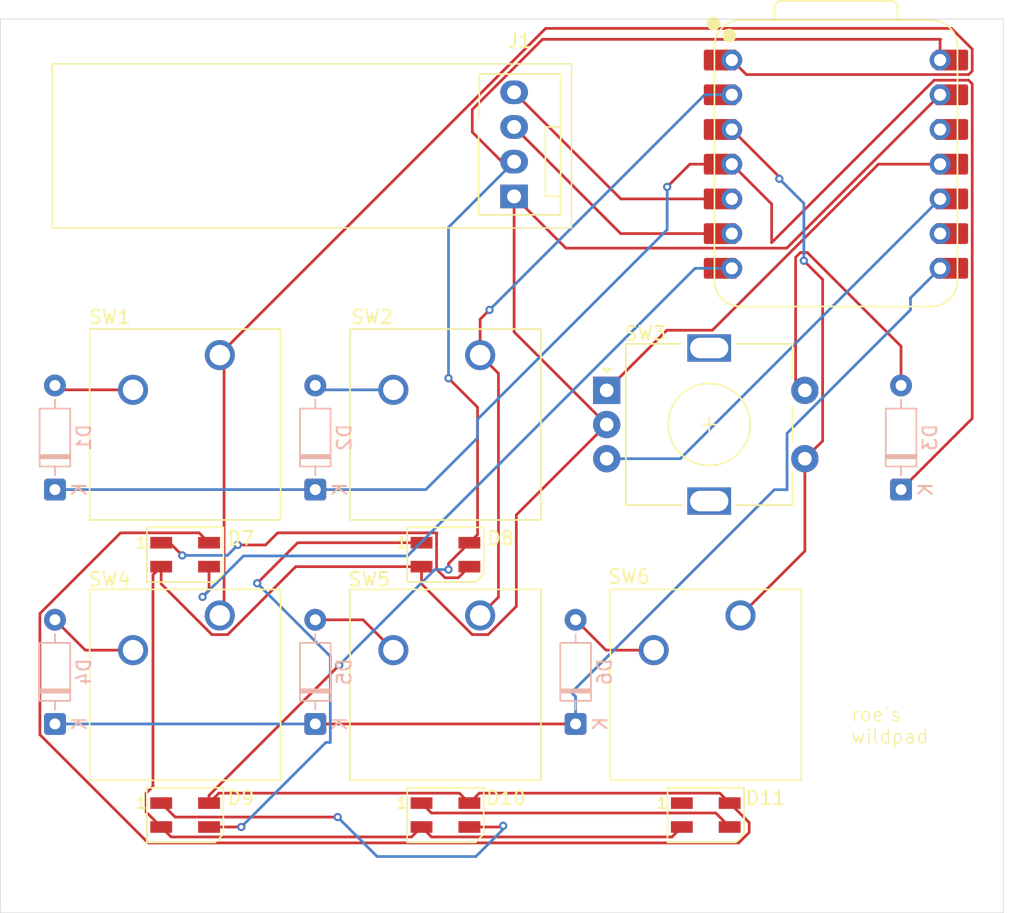
<source format=kicad_pcb>
(kicad_pcb (version 20241229) (generator "pcbnew") (generator_version "9.0")
  (layers (0 "F.Cu" signal) (2 "B.Cu" signal) (13 "F.Paste" user) (15 "B.Paste" user) (5 "F.SilkS" user "F.Silkscreen") (7 "B.SilkS" user "B.Silkscreen") (1 "F.Mask" user) (3 "B.Mask" user) (25 "Edge.Cuts" user))
  (net 0 "")
  (net 1 "Net-(D1-A)")
  (net 2 "Row 0")
  (net 3 "Net-(D2-A)")
  (net 4 "Row 1")
  (net 5 "Net-(D4-A)")
  (net 6 "Net-(D5-A)")
  (net 7 "SW11S2")
  (net 8 "+5V")
  (net 9 "GND")
  (net 10 "Net-(D7-DOUT)")
  (net 11 "LED")
  (net 12 "Net-(D8-DOUT)")
  (net 13 "Net-(D10-DIN)")
  (net 14 "Net-(D10-DOUT)")
  (net 16 "Column 0")
  (net 17 "SW11B")
  (net 18 "SW11A")
  (net 20 "SDA")
  (net 21 "SCL")
  (net 23 "Column 1")
  (net 24 "Column 2")
  (net 25 "Net-(D6-A)")
  (footprint "LED_SMD:LED_SK6812MINI_PLCC4_3.5x3.5mm_P1.75mm" (layer "F.Cu") (at 92.92 63.195)
    (property "Reference" "D7" (at 4.08 -1.195 0) (layer "F.SilkS"))
    (property "Value" "SK6812MINI")
    (fp_line (start -2.8 -2) (end -2.8 2) (stroke (width 0.12)) (layer "F.SilkS"))
    (fp_line (start -2.8 -2) (end 2.8 -2) (stroke (width 0.12)) (layer "F.SilkS"))
    (fp_line (start -2.8 2) (end 2.2 2) (stroke (width 0.12)) (layer "F.SilkS"))
    (fp_line (start 2.8 1.4) (end 2.2 2) (stroke (width 0.12)) (layer "F.SilkS"))
    (fp_line (start 2.8 1.4) (end 2.8 -2) (stroke (width 0.12)) (layer "F.SilkS"))
    (fp_text user "1" (at -3.2 -0.875 0) (layer "F.SilkS") (effects (font (size 0.8 0.8))))
    (pad "1" smd rect (at -1.75 -0.875) (size 1.6 0.85) (layers "F.Cu" "F.Mask" "F.Paste") (net 10 "Net-(D7-DOUT)"))
    (pad "2" smd rect (at -1.75 0.875) (size 1.6 0.85) (layers "F.Cu" "F.Mask" "F.Paste") (net 9 "GND"))
    (pad "3" smd rect (at 1.75 0.875) (size 1.6 0.85) (layers "F.Cu" "F.Mask" "F.Paste") (net 11 "LED"))
    (pad "4" smd rect (at 1.75 -0.875) (size 1.6 0.85) (layers "F.Cu" "F.Mask" "F.Paste") (net 8 "+5V"))
  )
  (footprint "xiao:XIAO-RP2040-DIP" (layer "F.Cu") (at 140.545 34.62)
    (property "Reference" "U1" (hide yes))
    (property "Value" "XIAO-RP2040-DIP")
    (fp_line (start -8.89 8.509) (end -8.89 -8.636) (stroke (width 0.127)) (layer "F.SilkS"))
    (fp_line (start -6.985 10.414) (end 6.985 10.414) (stroke (width 0.127)) (layer "F.SilkS"))
    (fp_line (start -4.495 -10.541) (end -4.491272 -11.451272) (stroke (width 0.127)) (layer "F.SilkS"))
    (fp_line (start -3.991272 -11.951) (end 4.004 -11.951) (stroke (width 0.127)) (layer "F.SilkS"))
    (fp_line (start 4.504 -11.451) (end 4.504 -10.541) (stroke (width 0.127)) (layer "F.SilkS"))
    (fp_line (start 6.985 -10.541) (end -6.985 -10.541) (stroke (width 0.1)) (layer "F.SilkS"))
    (fp_line (start 6.985 -10.541) (end -6.985 -10.541) (stroke (width 0.127)) (layer "F.SilkS"))
    (fp_line (start 8.89 8.509) (end 8.89 -8.636) (stroke (width 0.127)) (layer "F.SilkS"))
    (fp_arc (start -8.89 -8.636) (mid -8.332038 -9.983038) (end -6.985 -10.541) (stroke (width 0.127)) (layer "F.SilkS"))
    (fp_arc (start -6.985 10.414) (mid -8.332038 9.856038) (end -8.89 8.509) (stroke (width 0.127)) (layer "F.SilkS"))
    (fp_arc (start -4.491272 -11.451272) (mid -4.344728 -11.80464) (end -3.991272 -11.951) (stroke (width 0.127)) (layer "F.SilkS"))
    (fp_arc (start 4.004 -11.951) (mid 4.357553 -11.804553) (end 4.504 -11.451) (stroke (width 0.127)) (layer "F.SilkS"))
    (fp_arc (start 6.985 -10.541) (mid 8.332038 -9.983038) (end 8.89 -8.636) (stroke (width 0.127)) (layer "F.SilkS"))
    (fp_arc (start 8.89 8.509) (mid 8.332038 9.856038) (end 6.985 10.414) (stroke (width 0.127)) (layer "F.SilkS"))
    (fp_circle (center -8.95 -10.3) (end -8.95 -10.554) (stroke (width 0.5)) (fill yes) (layer "F.SilkS"))
    (fp_circle (center -7.807 -9.42) (end -7.807 -9.674) (stroke (width 0.5)) (fill yes) (layer "F.SilkS"))
    (pad "1" smd roundrect (at -8.455 -7.62 180) (size 2.432 1.524) (layers "F.Cu" "F.Mask") (roundrect_rratio 0.1) (net 16 "Column 0"))
    (pad "1" thru_hole circle (at -7.62 -7.62 180) (size 1.524 1.524) (drill 0.889) (layers "*.Cu" "*.Mask") (net 16 "Column 0"))
    (pad "2" smd roundrect (at -8.455 -5.08 180) (size 2.432 1.524) (layers "F.Cu" "F.Mask") (roundrect_rratio 0.1) (net 23 "Column 1"))
    (pad "2" thru_hole circle (at -7.62 -5.08 180) (size 1.524 1.524) (drill 0.889) (layers "*.Cu" "*.Mask") (net 23 "Column 1"))
    (pad "3" smd roundrect (at -8.455 -2.54 180) (size 2.432 1.524) (layers "F.Cu" "F.Mask") (roundrect_rratio 0.1) (net 24 "Column 2"))
    (pad "3" thru_hole circle (at -7.62 -2.54 180) (size 1.524 1.524) (drill 0.889) (layers "*.Cu" "*.Mask") (net 24 "Column 2"))
    (pad "4" smd roundrect (at -8.455 0 180) (size 2.432 1.524) (layers "F.Cu" "F.Mask") (roundrect_rratio 0.1) (net 2 "Row 0"))
    (pad "4" thru_hole circle (at -7.62 0 180) (size 1.524 1.524) (drill 0.889) (layers "*.Cu" "*.Mask") (net 2 "Row 0"))
    (pad "5" smd roundrect (at -8.455 2.54 180) (size 2.432 1.524) (layers "F.Cu" "F.Mask") (roundrect_rratio 0.1) (net 20 "SDA"))
    (pad "5" thru_hole circle (at -7.62 2.54 180) (size 1.524 1.524) (drill 0.889) (layers "*.Cu" "*.Mask") (net 20 "SDA"))
    (pad "6" smd roundrect (at -8.455 5.08 180) (size 2.432 1.524) (layers "F.Cu" "F.Mask") (roundrect_rratio 0.1) (net 21 "SCL"))
    (pad "6" thru_hole circle (at -7.62 5.08 180) (size 1.524 1.524) (drill 0.889) (layers "*.Cu" "*.Mask") (net 21 "SCL"))
    (pad "7" smd roundrect (at -8.455 7.62 180) (size 2.432 1.524) (layers "F.Cu" "F.Mask") (roundrect_rratio 0.1) (net 11 "LED"))
    (pad "7" thru_hole circle (at -7.62 7.62 180) (size 1.524 1.524) (drill 0.889) (layers "*.Cu" "*.Mask") (net 11 "LED"))
    (pad "8" thru_hole circle (at 7.62 7.62) (size 1.524 1.524) (drill 0.889) (layers "*.Cu" "*.Mask") (net 4 "Row 1"))
    (pad "8" smd roundrect (at 8.455 7.62) (size 2.432 1.524) (layers "F.Cu" "F.Mask") (roundrect_rratio 0.1) (net 4 "Row 1"))
    (pad "9" thru_hole circle (at 7.62 5.08) (size 1.524 1.524) (drill 0.889) (layers "*.Cu" "*.Mask"))
    (pad "9" smd roundrect (at 8.455 5.08) (size 2.432 1.524) (layers "F.Cu" "F.Mask") (roundrect_rratio 0.1))
    (pad "10" thru_hole circle (at 7.62 2.54) (size 1.524 1.524) (drill 0.889) (layers "*.Cu" "*.Mask") (net 17 "SW11B"))
    (pad "10" smd roundrect (at 8.455 2.54) (size 2.432 1.524) (layers "F.Cu" "F.Mask") (roundrect_rratio 0.1) (net 17 "SW11B"))
    (pad "11" thru_hole circle (at 7.62 0) (size 1.524 1.524) (drill 0.889) (layers "*.Cu" "*.Mask") (net 18 "SW11A"))
    (pad "11" smd roundrect (at 8.455 0) (size 2.432 1.524) (layers "F.Cu" "F.Mask") (roundrect_rratio 0.1) (net 18 "SW11A"))
    (pad "12" thru_hole circle (at 7.62 -2.54) (size 1.524 1.524) (drill 0.889) (layers "*.Cu" "*.Mask"))
    (pad "12" smd roundrect (at 8.455 -2.54) (size 2.432 1.524) (layers "F.Cu" "F.Mask") (roundrect_rratio 0.1))
    (pad "13" thru_hole circle (at 7.62 -5.08) (size 1.524 1.524) (drill 0.889) (layers "*.Cu" "*.Mask") (net 9 "GND"))
    (pad "13" smd roundrect (at 8.455 -5.08) (size 2.432 1.524) (layers "F.Cu" "F.Mask") (roundrect_rratio 0.1) (net 9 "GND"))
    (pad "14" thru_hole circle (at 7.62 -7.62) (size 1.524 1.524) (drill 0.889) (layers "*.Cu" "*.Mask") (net 8 "+5V"))
    (pad "14" smd roundrect (at 8.455 -7.62) (size 2.432 1.524) (layers "F.Cu" "F.Mask") (roundrect_rratio 0.1) (net 8 "+5V"))
  )
  (footprint "Rotary_Encoder:RotaryEncoder_Alps_EC11E-Switch_Vertical_H20mm" (layer "F.Cu") (at 123.77 51.17)
    (property "Reference" "SW3" (at 2.83 -4.17 0) (layer "F.SilkS"))
    (property "Value" "RotaryEncoder_Switch")
    (fp_line (start -0.3 -1.6) (end 0.3 -1.6) (stroke (width 0.12)) (layer "F.SilkS"))
    (fp_line (start 0 -1.3) (end -0.3 -1.6) (stroke (width 0.12)) (layer "F.SilkS"))
    (fp_line (start 0.3 -1.6) (end 0 -1.3) (stroke (width 0.12)) (layer "F.SilkS"))
    (fp_line (start 1.4 -3.4) (end 1.4 8.4) (stroke (width 0.12)) (layer "F.SilkS"))
    (fp_line (start 5.5 -3.4) (end 1.4 -3.4) (stroke (width 0.12)) (layer "F.SilkS"))
    (fp_line (start 5.5 8.4) (end 1.4 8.4) (stroke (width 0.12)) (layer "F.SilkS"))
    (fp_line (start 7 2.5) (end 8 2.5) (stroke (width 0.12)) (layer "F.SilkS"))
    (fp_line (start 7.5 2) (end 7.5 3) (stroke (width 0.12)) (layer "F.SilkS"))
    (fp_line (start 9.5 -3.4) (end 13.6 -3.4) (stroke (width 0.12)) (layer "F.SilkS"))
    (fp_line (start 13.6 -3.4) (end 13.6 -1) (stroke (width 0.12)) (layer "F.SilkS"))
    (fp_line (start 13.6 1.2) (end 13.6 3.8) (stroke (width 0.12)) (layer "F.SilkS"))
    (fp_line (start 13.6 6) (end 13.6 8.4) (stroke (width 0.12)) (layer "F.SilkS"))
    (fp_line (start 13.6 8.4) (end 9.5 8.4) (stroke (width 0.12)) (layer "F.SilkS"))
    (fp_circle (center 7.5 2.5) (end 10.5 2.5) (stroke (width 0.12)) (fill no) (layer "F.SilkS"))
    (pad "A" thru_hole rect (at 0 0) (size 2 2) (drill 1) (layers "*.Cu" "*.Mask") (net 18 "SW11A"))
    (pad "B" thru_hole circle (at 0 5) (size 2 2) (drill 1) (layers "*.Cu" "*.Mask") (net 17 "SW11B"))
    (pad "C" thru_hole circle (at 0 2.5) (size 2 2) (drill 1) (layers "*.Cu" "*.Mask") (net 9 "GND"))
    (pad "MP" thru_hole rect (at 7.5 -3.1) (size 3.2 2) (drill oval 2.8 1.5) (layers "*.Cu" "*.Mask"))
    (pad "MP" thru_hole rect (at 7.5 8.1) (size 3.2 2) (drill oval 2.8 1.5) (layers "*.Cu" "*.Mask"))
    (pad "S1" thru_hole circle (at 14.5 5) (size 2 2) (drill 1) (layers "*.Cu" "*.Mask") (net 24 "Column 2"))
    (pad "S2" thru_hole circle (at 14.5 0) (size 2 2) (drill 1) (layers "*.Cu" "*.Mask") (net 7 "SW11S2"))
  )
  (footprint "Button_Switch_Keyboard:SW_Cherry_MX_1.00u_PCB" (layer "F.Cu") (at 114.51 67.64)
    (property "Reference" "SW5" (at -8.11 -2.64 0) (layer "F.SilkS"))
    (property "Value" "SW_Push_45deg")
    (fp_line (start -9.525 -1.905) (end 4.445 -1.905) (stroke (width 0.12)) (layer "F.SilkS"))
    (fp_line (start -9.525 12.065) (end -9.525 -1.905) (stroke (width 0.12)) (layer "F.SilkS"))
    (fp_line (start 4.445 -1.905) (end 4.445 12.065) (stroke (width 0.12)) (layer "F.SilkS"))
    (fp_line (start 4.445 12.065) (end -9.525 12.065) (stroke (width 0.12)) (layer "F.SilkS"))
    (pad "" np_thru_hole circle (at -7.62 5.08) (size 1.7 1.7) (drill 1.7) (layers "*.Cu" "*.Mask"))
    (pad "" np_thru_hole circle (at -2.54 5.08) (size 4 4) (drill 4) (layers "*.Cu" "*.Mask"))
    (pad "" np_thru_hole circle (at 2.54 5.08) (size 1.7 1.7) (drill 1.7) (layers "*.Cu" "*.Mask"))
    (pad "1" thru_hole circle (at 0 0) (size 2.2 2.2) (drill 1.5) (layers "*.Cu" "*.Mask") (net 23 "Column 1"))
    (pad "2" thru_hole circle (at -6.35 2.54) (size 2.2 2.2) (drill 1.5) (layers "*.Cu" "*.Mask") (net 6 "Net-(D5-A)"))
  )
  (footprint "LED_SMD:LED_SK6812MINI_PLCC4_3.5x3.5mm_P1.75mm" (layer "F.Cu") (at 92.92 82.245)
    (property "Reference" "D9" (at 4.08 -1.245 0) (layer "F.SilkS"))
    (property "Value" "SK6812MINI")
    (fp_line (start -2.8 -2) (end -2.8 2) (stroke (width 0.12)) (layer "F.SilkS"))
    (fp_line (start -2.8 -2) (end 2.8 -2) (stroke (width 0.12)) (layer "F.SilkS"))
    (fp_line (start -2.8 2) (end 2.2 2) (stroke (width 0.12)) (layer "F.SilkS"))
    (fp_line (start 2.8 1.4) (end 2.2 2) (stroke (width 0.12)) (layer "F.SilkS"))
    (fp_line (start 2.8 1.4) (end 2.8 -2) (stroke (width 0.12)) (layer "F.SilkS"))
    (fp_text user "1" (at -3.2 -0.875 0) (layer "F.SilkS") (effects (font (size 0.8 0.8))))
    (pad "1" smd rect (at -1.75 -0.875) (size 1.6 0.85) (layers "F.Cu" "F.Mask" "F.Paste") (net 13 "Net-(D10-DIN)"))
    (pad "2" smd rect (at -1.75 0.875) (size 1.6 0.85) (layers "F.Cu" "F.Mask" "F.Paste") (net 9 "GND"))
    (pad "3" smd rect (at 1.75 0.875) (size 1.6 0.85) (layers "F.Cu" "F.Mask" "F.Paste") (net 12 "Net-(D8-DOUT)"))
    (pad "4" smd rect (at 1.75 -0.875) (size 1.6 0.85) (layers "F.Cu" "F.Mask" "F.Paste") (net 8 "+5V"))
  )
  (footprint "Button_Switch_Keyboard:SW_Cherry_MX_1.00u_PCB" (layer "F.Cu") (at 95.46 48.59)
    (property "Reference" "SW1" (at -8.06 -2.79 0) (layer "F.SilkS"))
    (property "Value" "SW_Push_45deg")
    (fp_line (start -9.525 -1.905) (end 4.445 -1.905) (stroke (width 0.12)) (layer "F.SilkS"))
    (fp_line (start -9.525 12.065) (end -9.525 -1.905) (stroke (width 0.12)) (layer "F.SilkS"))
    (fp_line (start 4.445 -1.905) (end 4.445 12.065) (stroke (width 0.12)) (layer "F.SilkS"))
    (fp_line (start 4.445 12.065) (end -9.525 12.065) (stroke (width 0.12)) (layer "F.SilkS"))
    (pad "" np_thru_hole circle (at -7.62 5.08) (size 1.7 1.7) (drill 1.7) (layers "*.Cu" "*.Mask"))
    (pad "" np_thru_hole circle (at -2.54 5.08) (size 4 4) (drill 4) (layers "*.Cu" "*.Mask"))
    (pad "" np_thru_hole circle (at 2.54 5.08) (size 1.7 1.7) (drill 1.7) (layers "*.Cu" "*.Mask"))
    (pad "1" thru_hole circle (at 0 0) (size 2.2 2.2) (drill 1.5) (layers "*.Cu" "*.Mask") (net 16 "Column 0"))
    (pad "2" thru_hole circle (at -6.35 2.54) (size 2.2 2.2) (drill 1.5) (layers "*.Cu" "*.Mask") (net 1 "Net-(D1-A)"))
  )
  (footprint "LED_SMD:LED_SK6812MINI_PLCC4_3.5x3.5mm_P1.75mm" (layer "F.Cu") (at 111.97 82.245)
    (property "Reference" "D10" (at 4.43 -1.245 0) (layer "F.SilkS"))
    (property "Value" "SK6812MINI")
    (fp_line (start -2.8 -2) (end -2.8 2) (stroke (width 0.12)) (layer "F.SilkS"))
    (fp_line (start -2.8 -2) (end 2.8 -2) (stroke (width 0.12)) (layer "F.SilkS"))
    (fp_line (start -2.8 2) (end 2.2 2) (stroke (width 0.12)) (layer "F.SilkS"))
    (fp_line (start 2.8 1.4) (end 2.2 2) (stroke (width 0.12)) (layer "F.SilkS"))
    (fp_line (start 2.8 1.4) (end 2.8 -2) (stroke (width 0.12)) (layer "F.SilkS"))
    (fp_text user "1" (at -3.2 -0.875 0) (layer "F.SilkS") (effects (font (size 0.8 0.8))))
    (pad "1" smd rect (at -1.75 -0.875) (size 1.6 0.85) (layers "F.Cu" "F.Mask" "F.Paste") (net 14 "Net-(D10-DOUT)"))
    (pad "2" smd rect (at -1.75 0.875) (size 1.6 0.85) (layers "F.Cu" "F.Mask" "F.Paste") (net 9 "GND"))
    (pad "3" smd rect (at 1.75 0.875) (size 1.6 0.85) (layers "F.Cu" "F.Mask" "F.Paste") (net 13 "Net-(D10-DIN)"))
    (pad "4" smd rect (at 1.75 -0.875) (size 1.6 0.85) (layers "F.Cu" "F.Mask" "F.Paste") (net 8 "+5V"))
  )
  (footprint "LED_SMD:LED_SK6812MINI_PLCC4_3.5x3.5mm_P1.75mm" (layer "F.Cu") (at 111.97 63.195)
    (property "Reference" "D8" (at 4.03 -1.195 0) (layer "F.SilkS"))
    (property "Value" "SK6812MINI")
    (fp_line (start -2.8 -2) (end -2.8 2) (stroke (width 0.12)) (layer "F.SilkS"))
    (fp_line (start -2.8 -2) (end 2.8 -2) (stroke (width 0.12)) (layer "F.SilkS"))
    (fp_line (start -2.8 2) (end 2.2 2) (stroke (width 0.12)) (layer "F.SilkS"))
    (fp_line (start 2.8 1.4) (end 2.2 2) (stroke (width 0.12)) (layer "F.SilkS"))
    (fp_line (start 2.8 1.4) (end 2.8 -2) (stroke (width 0.12)) (layer "F.SilkS"))
    (fp_text user "1" (at -3.2 -0.875 0) (layer "F.SilkS") (effects (font (size 0.8 0.8))))
    (pad "1" smd rect (at -1.75 -0.875) (size 1.6 0.85) (layers "F.Cu" "F.Mask" "F.Paste") (net 12 "Net-(D8-DOUT)"))
    (pad "2" smd rect (at -1.75 0.875) (size 1.6 0.85) (layers "F.Cu" "F.Mask" "F.Paste") (net 9 "GND"))
    (pad "3" smd rect (at 1.75 0.875) (size 1.6 0.85) (layers "F.Cu" "F.Mask" "F.Paste") (net 10 "Net-(D7-DOUT)"))
    (pad "4" smd rect (at 1.75 -0.875) (size 1.6 0.85) (layers "F.Cu" "F.Mask" "F.Paste") (net 8 "+5V"))
  )
  (footprint "Connector:FanPinHeader_1x04_P2.54mm_Vertical" (layer "F.Cu") (at 116.995 36.9775 90)
    (property "Reference" "J1" (at 11.3775 0.405 0) (layer "F.SilkS"))
    (property "Value" "OLED Display")
    (fp_line (start -1.35 -2.6) (end 4.4 -2.6) (stroke (width 0.12)) (layer "F.SilkS"))
    (fp_line (start 8.95 -2.55) (end 8.95 3.4) (stroke (width 0.12)) (layer "F.SilkS"))
    (fp_line (start 5.75 -2.55) (end 8.95 -2.55) (stroke (width 0.12)) (layer "F.SilkS"))
    (fp_line (start 5.08 2.29) (end 5.08 3.3) (stroke (width 0.12)) (layer "F.SilkS"))
    (fp_line (start 0 2.29) (end 5.08 2.29) (stroke (width 0.12)) (layer "F.SilkS"))
    (fp_line (start 0 3.3) (end 0 2.29) (stroke (width 0.12)) (layer "F.SilkS"))
    (fp_line (start 8.95 3.4) (end -1.35 3.4) (stroke (width 0.12)) (layer "F.SilkS"))
    (fp_line (start -1.35 3.4) (end -1.35 -2.6) (stroke (width 0.12)) (layer "F.SilkS"))
    (pad "" np_thru_hole circle (at 5.08 -2.16 180) (size 1.1 1.1) (drill 1.1) (layers "*.Cu" "*.Mask"))
    (pad "1" thru_hole rect (at 0 0 180) (size 2.03 1.73) (drill 1.02) (layers "*.Cu" "*.Mask") (net 9 "GND"))
    (pad "2" thru_hole oval (at 2.54 0 180) (size 2.03 1.73) (drill 1.02) (layers "*.Cu" "*.Mask") (net 8 "+5V"))
    (pad "3" thru_hole oval (at 5.08 0 180) (size 2.03 1.73) (drill 1.02) (layers "*.Cu" "*.Mask") (net 21 "SCL"))
    (pad "4" thru_hole oval (at 7.62 0 180) (size 2.03 1.73) (drill 1.02) (layers "*.Cu" "*.Mask") (net 20 "SDA"))
  )
  (footprint "Button_Switch_Keyboard:SW_Cherry_MX_1.00u_PCB" (layer "F.Cu") (at 95.46 67.64)
    (property "Reference" "SW4" (at -8.06 -2.64 0) (layer "F.SilkS"))
    (property "Value" "SW_Push_45deg")
    (fp_line (start -9.525 -1.905) (end 4.445 -1.905) (stroke (width 0.12)) (layer "F.SilkS"))
    (fp_line (start -9.525 12.065) (end -9.525 -1.905) (stroke (width 0.12)) (layer "F.SilkS"))
    (fp_line (start 4.445 -1.905) (end 4.445 12.065) (stroke (width 0.12)) (layer "F.SilkS"))
    (fp_line (start 4.445 12.065) (end -9.525 12.065) (stroke (width 0.12)) (layer "F.SilkS"))
    (pad "" np_thru_hole circle (at -7.62 5.08) (size 1.7 1.7) (drill 1.7) (layers "*.Cu" "*.Mask"))
    (pad "" np_thru_hole circle (at -2.54 5.08) (size 4 4) (drill 4) (layers "*.Cu" "*.Mask"))
    (pad "" np_thru_hole circle (at 2.54 5.08) (size 1.7 1.7) (drill 1.7) (layers "*.Cu" "*.Mask"))
    (pad "1" thru_hole circle (at 0 0) (size 2.2 2.2) (drill 1.5) (layers "*.Cu" "*.Mask") (net 16 "Column 0"))
    (pad "2" thru_hole circle (at -6.35 2.54) (size 2.2 2.2) (drill 1.5) (layers "*.Cu" "*.Mask") (net 5 "Net-(D4-A)"))
  )
  (footprint "Button_Switch_Keyboard:SW_Cherry_MX_1.00u_PCB" (layer "F.Cu") (at 114.51 48.59)
    (property "Reference" "SW2" (at -7.91 -2.79 0) (layer "F.SilkS"))
    (property "Value" "SW_Push_45deg")
    (fp_line (start -9.525 -1.905) (end 4.445 -1.905) (stroke (width 0.12)) (layer "F.SilkS"))
    (fp_line (start -9.525 12.065) (end -9.525 -1.905) (stroke (width 0.12)) (layer "F.SilkS"))
    (fp_line (start 4.445 -1.905) (end 4.445 12.065) (stroke (width 0.12)) (layer "F.SilkS"))
    (fp_line (start 4.445 12.065) (end -9.525 12.065) (stroke (width 0.12)) (layer "F.SilkS"))
    (pad "" np_thru_hole circle (at -7.62 5.08) (size 1.7 1.7) (drill 1.7) (layers "*.Cu" "*.Mask"))
    (pad "" np_thru_hole circle (at -2.54 5.08) (size 4 4) (drill 4) (layers "*.Cu" "*.Mask"))
    (pad "" np_thru_hole circle (at 2.54 5.08) (size 1.7 1.7) (drill 1.7) (layers "*.Cu" "*.Mask"))
    (pad "1" thru_hole circle (at 0 0) (size 2.2 2.2) (drill 1.5) (layers "*.Cu" "*.Mask") (net 23 "Column 1"))
    (pad "2" thru_hole circle (at -6.35 2.54) (size 2.2 2.2) (drill 1.5) (layers "*.Cu" "*.Mask") (net 3 "Net-(D2-A)"))
  )
  (footprint "Button_Switch_Keyboard:SW_Cherry_MX_1.00u_PCB" (layer "F.Cu") (at 133.56 67.64)
    (property "Reference" "SW6" (at -8.16 -2.84 0) (layer "F.SilkS"))
    (property "Value" "SW_Push_45deg")
    (fp_line (start -9.525 -1.905) (end 4.445 -1.905) (stroke (width 0.12)) (layer "F.SilkS"))
    (fp_line (start -9.525 12.065) (end -9.525 -1.905) (stroke (width 0.12)) (layer "F.SilkS"))
    (fp_line (start 4.445 -1.905) (end 4.445 12.065) (stroke (width 0.12)) (layer "F.SilkS"))
    (fp_line (start 4.445 12.065) (end -9.525 12.065) (stroke (width 0.12)) (layer "F.SilkS"))
    (pad "" np_thru_hole circle (at -7.62 5.08) (size 1.7 1.7) (drill 1.7) (layers "*.Cu" "*.Mask"))
    (pad "" np_thru_hole circle (at -2.54 5.08) (size 4 4) (drill 4) (layers "*.Cu" "*.Mask"))
    (pad "" np_thru_hole circle (at 2.54 5.08) (size 1.7 1.7) (drill 1.7) (layers "*.Cu" "*.Mask"))
    (pad "1" thru_hole circle (at 0 0) (size 2.2 2.2) (drill 1.5) (layers "*.Cu" "*.Mask") (net 24 "Column 2"))
    (pad "2" thru_hole circle (at -6.35 2.54) (size 2.2 2.2) (drill 1.5) (layers "*.Cu" "*.Mask") (net 25 "Net-(D6-A)"))
  )
  (footprint "LED_SMD:LED_SK6812MINI_PLCC4_3.5x3.5mm_P1.75mm" (layer "F.Cu") (at 131.02 82.245)
    (property "Reference" "D11" (at 4.38 -1.245 0) (layer "F.SilkS"))
    (property "Value" "SK6812MINI")
    (fp_line (start -2.8 -2) (end -2.8 2) (stroke (width 0.12)) (layer "F.SilkS"))
    (fp_line (start -2.8 -2) (end 2.8 -2) (stroke (width 0.12)) (layer "F.SilkS"))
    (fp_line (start -2.8 2) (end 2.2 2) (stroke (width 0.12)) (layer "F.SilkS"))
    (fp_line (start 2.8 1.4) (end 2.2 2) (stroke (width 0.12)) (layer "F.SilkS"))
    (fp_line (start 2.8 1.4) (end 2.8 -2) (stroke (width 0.12)) (layer "F.SilkS"))
    (fp_text user "1" (at -3.2 -0.875 0) (layer "F.SilkS") (effects (font (size 0.8 0.8))))
    (pad "1" smd rect (at -1.75 -0.875) (size 1.6 0.85) (layers "F.Cu" "F.Mask" "F.Paste"))
    (pad "2" smd rect (at -1.75 0.875) (size 1.6 0.85) (layers "F.Cu" "F.Mask" "F.Paste") (net 9 "GND"))
    (pad "3" smd rect (at 1.75 0.875) (size 1.6 0.85) (layers "F.Cu" "F.Mask" "F.Paste") (net 14 "Net-(D10-DOUT)"))
    (pad "4" smd rect (at 1.75 -0.875) (size 1.6 0.85) (layers "F.Cu" "F.Mask" "F.Paste") (net 8 "+5V"))
  )
  (footprint "Diode_THT:D_DO-35_SOD27_P7.62mm_Horizontal" (layer "B.Cu") (at 145.3075 58.4325 90)
    (property "Reference" "D3" (at 3.81 2.12 90) (layer "B.SilkS") (effects (justify mirror)))
    (property "Value" "1N4148")
    (fp_line (start 6.58 0) (end 5.93 0) (stroke (width 0.12)) (layer "B.SilkS"))
    (fp_line (start 1.04 0) (end 1.69 0) (stroke (width 0.12)) (layer "B.SilkS"))
    (fp_line (start 2.53 1.12) (end 2.53 -1.12) (stroke (width 0.12)) (layer "B.SilkS"))
    (fp_line (start 2.41 1.12) (end 2.41 -1.12) (stroke (width 0.12)) (layer "B.SilkS"))
    (fp_line (start 2.29 1.12) (end 2.29 -1.12) (stroke (width 0.12)) (layer "B.SilkS"))
    (fp_rect (start 1.69 1.12) (end 5.93 -1.12) (stroke (width 0.12)) (fill no) (layer "B.SilkS"))
    (fp_text user "K" (at 0 1.8 90) (layer "B.SilkS") (effects (justify mirror)))
    (pad "1" thru_hole roundrect (at 0 0 90) (size 1.6 1.6) (drill 0.8) (layers "*.Cu" "*.Mask") (roundrect_rratio 0.15625) (net 2 "Row 0"))
    (pad "2" thru_hole circle (at 7.62 0 90) (size 1.6 1.6) (drill 0.8) (layers "*.Cu" "*.Mask") (net 7 "SW11S2"))
  )
  (footprint "Diode_THT:D_DO-35_SOD27_P7.62mm_Horizontal" (layer "B.Cu") (at 83.395 58.4325 90)
    (property "Reference" "D1" (at 3.81 2.12 90) (layer "B.SilkS") (effects (justify mirror)))
    (property "Value" "1N4148")
    (fp_line (start 6.58 0) (end 5.93 0) (stroke (width 0.12)) (layer "B.SilkS"))
    (fp_line (start 1.04 0) (end 1.69 0) (stroke (width 0.12)) (layer "B.SilkS"))
    (fp_line (start 2.53 1.12) (end 2.53 -1.12) (stroke (width 0.12)) (layer "B.SilkS"))
    (fp_line (start 2.41 1.12) (end 2.41 -1.12) (stroke (width 0.12)) (layer "B.SilkS"))
    (fp_line (start 2.29 1.12) (end 2.29 -1.12) (stroke (width 0.12)) (layer "B.SilkS"))
    (fp_rect (start 1.69 1.12) (end 5.93 -1.12) (stroke (width 0.12)) (fill no) (layer "B.SilkS"))
    (fp_text user "K" (at 0 1.8 90) (layer "B.SilkS") (effects (justify mirror)))
    (pad "1" thru_hole roundrect (at 0 0 90) (size 1.6 1.6) (drill 0.8) (layers "*.Cu" "*.Mask") (roundrect_rratio 0.15625) (net 2 "Row 0"))
    (pad "2" thru_hole circle (at 7.62 0 90) (size 1.6 1.6) (drill 0.8) (layers "*.Cu" "*.Mask") (net 1 "Net-(D1-A)"))
  )
  (footprint "Diode_THT:D_DO-35_SOD27_P7.62mm_Horizontal" (layer "B.Cu") (at 102.445 75.5775 90)
    (property "Reference" "D5" (at 3.81 2.12 90) (layer "B.SilkS") (effects (justify mirror)))
    (property "Value" "1N4148")
    (fp_line (start 6.58 0) (end 5.93 0) (stroke (width 0.12)) (layer "B.SilkS"))
    (fp_line (start 1.04 0) (end 1.69 0) (stroke (width 0.12)) (layer "B.SilkS"))
    (fp_line (start 2.53 1.12) (end 2.53 -1.12) (stroke (width 0.12)) (layer "B.SilkS"))
    (fp_line (start 2.41 1.12) (end 2.41 -1.12) (stroke (width 0.12)) (layer "B.SilkS"))
    (fp_line (start 2.29 1.12) (end 2.29 -1.12) (stroke (width 0.12)) (layer "B.SilkS"))
    (fp_rect (start 1.69 1.12) (end 5.93 -1.12) (stroke (width 0.12)) (fill no) (layer "B.SilkS"))
    (fp_text user "K" (at 0 1.8 90) (layer "B.SilkS") (effects (justify mirror)))
    (pad "1" thru_hole roundrect (at 0 0 90) (size 1.6 1.6) (drill 0.8) (layers "*.Cu" "*.Mask") (roundrect_rratio 0.15625) (net 4 "Row 1"))
    (pad "2" thru_hole circle (at 7.62 0 90) (size 1.6 1.6) (drill 0.8) (layers "*.Cu" "*.Mask") (net 6 "Net-(D5-A)"))
  )
  (footprint "Diode_THT:D_DO-35_SOD27_P7.62mm_Horizontal" (layer "B.Cu") (at 121.495 75.5775 90)
    (property "Reference" "D6" (at 3.81 2.12 90) (layer "B.SilkS") (effects (justify mirror)))
    (property "Value" "1N4148")
    (fp_line (start 6.58 0) (end 5.93 0) (stroke (width 0.12)) (layer "B.SilkS"))
    (fp_line (start 1.04 0) (end 1.69 0) (stroke (width 0.12)) (layer "B.SilkS"))
    (fp_line (start 2.53 1.12) (end 2.53 -1.12) (stroke (width 0.12)) (layer "B.SilkS"))
    (fp_line (start 2.41 1.12) (end 2.41 -1.12) (stroke (width 0.12)) (layer "B.SilkS"))
    (fp_line (start 2.29 1.12) (end 2.29 -1.12) (stroke (width 0.12)) (layer "B.SilkS"))
    (fp_rect (start 1.69 1.12) (end 5.93 -1.12) (stroke (width 0.12)) (fill no) (layer "B.SilkS"))
    (fp_text user "K" (at 0 1.8 90) (layer "B.SilkS") (effects (justify mirror)))
    (pad "1" thru_hole roundrect (at 0 0 90) (size 1.6 1.6) (drill 0.8) (layers "*.Cu" "*.Mask") (roundrect_rratio 0.15625) (net 4 "Row 1"))
    (pad "2" thru_hole circle (at 7.62 0 90) (size 1.6 1.6) (drill 0.8) (layers "*.Cu" "*.Mask") (net 25 "Net-(D6-A)"))
  )
  (footprint "Diode_THT:D_DO-35_SOD27_P7.62mm_Horizontal" (layer "B.Cu") (at 102.445 58.4325 90)
    (property "Reference" "D2" (at 3.81 2.12 90) (layer "B.SilkS") (effects (justify mirror)))
    (property "Value" "1N4148")
    (fp_line (start 6.58 0) (end 5.93 0) (stroke (width 0.12)) (layer "B.SilkS"))
    (fp_line (start 1.04 0) (end 1.69 0) (stroke (width 0.12)) (layer "B.SilkS"))
    (fp_line (start 2.53 1.12) (end 2.53 -1.12) (stroke (width 0.12)) (layer "B.SilkS"))
    (fp_line (start 2.41 1.12) (end 2.41 -1.12) (stroke (width 0.12)) (layer "B.SilkS"))
    (fp_line (start 2.29 1.12) (end 2.29 -1.12) (stroke (width 0.12)) (layer "B.SilkS"))
    (fp_rect (start 1.69 1.12) (end 5.93 -1.12) (stroke (width 0.12)) (fill no) (layer "B.SilkS"))
    (fp_text user "K" (at 0 1.8 90) (layer "B.SilkS") (effects (justify mirror)))
    (pad "1" thru_hole roundrect (at 0 0 90) (size 1.6 1.6) (drill 0.8) (layers "*.Cu" "*.Mask") (roundrect_rratio 0.15625) (net 2 "Row 0"))
    (pad "2" thru_hole circle (at 7.62 0 90) (size 1.6 1.6) (drill 0.8) (layers "*.Cu" "*.Mask") (net 3 "Net-(D2-A)"))
  )
  (footprint "Diode_THT:D_DO-35_SOD27_P7.62mm_Horizontal" (layer "B.Cu") (at 83.395 75.5775 90)
    (property "Reference" "D4" (at 3.81 2.12 90) (layer "B.SilkS") (effects (justify mirror)))
    (property "Value" "1N4148")
    (fp_line (start 6.58 0) (end 5.93 0) (stroke (width 0.12)) (layer "B.SilkS"))
    (fp_line (start 1.04 0) (end 1.69 0) (stroke (width 0.12)) (layer "B.SilkS"))
    (fp_line (start 2.53 1.12) (end 2.53 -1.12) (stroke (width 0.12)) (layer "B.SilkS"))
    (fp_line (start 2.41 1.12) (end 2.41 -1.12) (stroke (width 0.12)) (layer "B.SilkS"))
    (fp_line (start 2.29 1.12) (end 2.29 -1.12) (stroke (width 0.12)) (layer "B.SilkS"))
    (fp_rect (start 1.69 1.12) (end 5.93 -1.12) (stroke (width 0.12)) (fill no) (layer "B.SilkS"))
    (fp_text user "K" (at 0 1.8 90) (layer "B.SilkS") (effects (justify mirror)))
    (pad "1" thru_hole roundrect (at 0 0 90) (size 1.6 1.6) (drill 0.8) (layers "*.Cu" "*.Mask") (roundrect_rratio 0.15625) (net 4 "Row 1"))
    (pad "2" thru_hole circle (at 7.62 0 90) (size 1.6 1.6) (drill 0.8) (layers "*.Cu" "*.Mask") (net 5 "Net-(D4-A)"))
  )
  (gr_line (start 121.195 27.2825) (end 121.195 39.2825) (stroke (width 0.1)) (layer "F.SilkS"))
  (gr_line (start 83.195 39.2825) (end 121.195 39.2825) (stroke (width 0.1)) (layer "F.SilkS"))
  (gr_line (start 83.195 27.2825) (end 83.195 39.2825) (stroke (width 0.1)) (layer "F.SilkS"))
  (gr_line (start 83.195 27.2825) (end 121.195 27.2825) (stroke (width 0.1)) (layer "F.SilkS"))
  (gr_line (start 152.8 24) (end 152.8 89.4) (stroke (width 0.05)) (layer "Edge.Cuts"))
  (gr_line (start 152.8 24) (end 79.4 24) (stroke (width 0.05)) (layer "Edge.Cuts"))
  (gr_line (start 79.4 24) (end 79.4 89.4) (stroke (width 0.05)) (layer "Edge.Cuts"))
  (gr_line (start 152.8 89.4) (end 79.4 89.4) (stroke (width 0.05)) (layer "Edge.Cuts"))
  (gr_text "roe's\nwildpad" (at 141.595 77.0825 0) (layer "F.SilkS") (effects (font (size 1 1) (thickness 0.1)) (justify left bottom)))
  (segment (start 83.7125 51.13) (end 83.395 50.8125) (width 0.2) (layer "F.Cu") (net 1))
  (segment (start 89.11 51.13) (end 83.7125 51.13) (width 0.2) (layer "F.Cu") (net 1))
  (segment (start 145.3075 58.4325) (end 150.517 53.223) (width 0.2) (layer "F.Cu") (net 2))
  (segment (start 135.83969 40.362) (end 135.83969 37.53469) (width 0.2) (layer "F.Cu") (net 2))
  (segment (start 132.925 34.62) (end 129.8575 34.62) (width 0.2) (layer "F.Cu") (net 2))
  (segment (start 150.255626 28.477) (end 147.72469 28.477) (width 0.2) (layer "F.Cu") (net 2))
  (segment (start 135.83969 37.53469) (end 132.925 34.62) (width 0.2) (layer "F.Cu") (net 2))
  (segment (start 129.8575 34.62) (end 128.195 36.2825) (width 0.2) (layer "F.Cu") (net 2))
  (segment (start 150.517 53.223) (end 150.517 28.738374) (width 0.2) (layer "F.Cu") (net 2))
  (segment (start 150.517 28.738374) (end 150.255626 28.477) (width 0.2) (layer "F.Cu") (net 2))
  (segment (start 147.72469 28.477) (end 135.83969 40.362) (width 0.2) (layer "F.Cu") (net 2))
  (via (at 128.195 36.2825) (size 0.6) (drill 0.3) (layers "F.Cu" "B.Cu") (net 2))
  (segment (start 102.445 58.4325) (end 83.395 58.4325) (width 0.2) (layer "B.Cu") (net 2))
  (segment (start 128.195 39.4085) (end 128.195 36.2825) (width 0.2) (layer "B.Cu") (net 2))
  (segment (start 114.321 53.2825) (end 128.195 39.4085) (width 0.2) (layer "B.Cu") (net 2))
  (segment (start 114.321 54.643816) (end 114.321 53.2825) (width 0.2) (layer "B.Cu") (net 2))
  (segment (start 114.321 54.643816) (end 110.532316 58.4325) (width 0.2) (layer "B.Cu") (net 2))
  (segment (start 110.532316 58.4325) (end 102.445 58.4325) (width 0.2) (layer "B.Cu") (net 2))
  (segment (start 102.7625 51.13) (end 102.445 50.8125) (width 0.2) (layer "B.Cu") (net 3))
  (segment (start 108.16 51.13) (end 102.7625 51.13) (width 0.2) (layer "B.Cu") (net 3))
  (segment (start 102.445 75.5775) (end 102.415 75.6075) (width 0.2) (layer "F.Cu") (net 4))
  (segment (start 121.495 75.5775) (end 102.445 75.5775) (width 0.2) (layer "F.Cu") (net 4))
  (segment (start 83.395 75.5775) (end 102.445 75.5775) (width 0.2) (layer "B.Cu") (net 4))
  (segment (start 136.037814 58.439686) (end 121.195 73.2825) (width 0.2) (layer "B.Cu") (net 4))
  (segment (start 121.195 73.2825) (end 121.495 73.5825) (width 0.2) (layer "B.Cu") (net 4))
  (segment (start 136.969 58.439686) (end 136.037814 58.439686) (width 0.2) (layer "B.Cu") (net 4))
  (segment (start 136.969 58.439686) (end 136.969 54.310892) (width 0.2) (layer "B.Cu") (net 4))
  (segment (start 145.997392 44.407608) (end 148.165 42.24) (width 0.2) (layer "B.Cu") (net 4))
  (segment (start 136.969 54.310892) (end 145.997392 45.2825) (width 0.2) (layer "B.Cu") (net 4))
  (segment (start 145.997392 45.2825) (end 145.997392 44.407608) (width 0.2) (layer "B.Cu") (net 4))
  (segment (start 121.495 73.5825) (end 121.495 75.5775) (width 0.2) (layer "B.Cu") (net 4))
  (segment (start 89.11 70.18) (end 85.6175 70.18) (width 0.2) (layer "F.Cu") (net 5))
  (segment (start 85.6175 70.18) (end 83.395 67.9575) (width 0.2) (layer "F.Cu") (net 5))
  (segment (start 105.9375 67.9575) (end 108.16 70.18) (width 0.2) (layer "F.Cu") (net 6))
  (segment (start 102.445 67.9575) (end 105.9375 67.9575) (width 0.2) (layer "F.Cu") (net 6))
  (segment (start 137.594 41.433557) (end 137.594 50.494) (width 0.2) (layer "F.Cu") (net 7))
  (segment (start 138.443943 41.0815) (end 137.946057 41.0815) (width 0.2) (layer "F.Cu") (net 7))
  (segment (start 145.3075 47.945057) (end 138.443943 41.0815) (width 0.2) (layer "F.Cu") (net 7))
  (segment (start 137.594 50.494) (end 138.27 51.17) (width 0.2) (layer "F.Cu") (net 7))
  (segment (start 145.3075 50.8125) (end 145.3075 47.945057) (width 0.2) (layer "F.Cu") (net 7))
  (segment (start 137.946057 41.0815) (end 137.594 41.433557) (width 0.2) (layer "F.Cu") (net 7))
  (segment (start 112.195 50.2825) (end 114.321 52.4085) (width 0.2) (layer "F.Cu") (net 8))
  (segment (start 114.321 52.4085) (end 114.321 61.719) (width 0.2) (layer "F.Cu") (net 8))
  (segment (start 112.195 63.845) (end 113.72 62.32) (width 0.2) (layer "F.Cu") (net 8))
  (segment (start 112.994 80.644) (end 95.396 80.644) (width 0.2) (layer "F.Cu") (net 8))
  (segment (start 114.446 80.644) (end 113.72 81.37) (width 0.2) (layer "F.Cu") (net 8))
  (segment (start 134.195 82.795) (end 132.77 81.37) (width 0.2) (layer "F.Cu") (net 8))
  (segment (start 114.321 61.719) (end 113.72 62.32) (width 0.2) (layer "F.Cu") (net 8))
  (segment (start 116.100794 34.4375) (end 113.934 32.270706) (width 0.2) (layer "F.Cu") (net 8))
  (segment (start 95.396 80.644) (end 94.67 81.37) (width 0.2) (layer "F.Cu") (net 8))
  (segment (start 116.995 34.4375) (end 116.100794 34.4375) (width 0.2) (layer "F.Cu") (net 8))
  (segment (start 148.195 25.4825) (end 148.165 25.5125) (width 0.2) (layer "F.Cu") (net 8))
  (segment (start 94.67 62.32) (end 93.944 61.594) (width 0.2) (layer "F.Cu") (net 8))
  (segment (start 112.195 64.2825) (end 112.195 63.845) (width 0.2) (layer "F.Cu") (net 8))
  (segment (start 113.934 30.619527) (end 119.071027 25.4825) (width 0.2) (layer "F.Cu") (net 8))
  (segment (start 94.67 81.37) (end 94.67 80.8075) (width 0.2) (layer "F.Cu") (net 8))
  (segment (start 133.4345 84.2825) (end 134.195 83.522) (width 0.2) (layer "F.Cu") (net 8))
  (segment (start 113.934 32.270706) (end 113.934 30.619527) (width 0.2) (layer "F.Cu") (net 8))
  (segment (start 94.67 80.8075) (end 104.195 71.2825) (width 0.2) (layer "F.Cu") (net 8))
  (segment (start 148.165 25.5125) (end 148.165 27) (width 0.2) (layer "F.Cu") (net 8))
  (segment (start 132.044 80.644) (end 114.446 80.644) (width 0.2) (layer "F.Cu") (net 8))
  (segment (start 82.294 67.50145) (end 82.294 76.36266) (width 0.2) (layer "F.Cu") (net 8))
  (segment (start 119.071027 25.4825) (end 148.195 25.4825) (width 0.2) (layer "F.Cu") (net 8))
  (segment (start 134.195 83.522) (end 134.195 82.795) (width 0.2) (layer "F.Cu") (net 8))
  (segment (start 93.944 61.594) (end 88.20145 61.594) (width 0.2) (layer "F.Cu") (net 8))
  (segment (start 113.72 81.37) (end 112.994 80.644) (width 0.2) (layer "F.Cu") (net 8))
  (segment (start 82.294 76.36266) (end 90.21384 84.2825) (width 0.2) (layer "F.Cu") (net 8))
  (segment (start 132.77 81.37) (end 132.044 80.644) (width 0.2) (layer "F.Cu") (net 8))
  (segment (start 88.20145 61.594) (end 82.294 67.50145) (width 0.2) (layer "F.Cu") (net 8))
  (segment (start 90.21384 84.2825) (end 133.4345 84.2825) (width 0.2) (layer "F.Cu") (net 8))
  (via (at 112.195 64.2825) (size 0.6) (drill 0.3) (layers "F.Cu" "B.Cu") (net 8))
  (via (at 104.195 71.2825) (size 0.6) (drill 0.3) (layers "F.Cu" "B.Cu") (net 8))
  (via (at 112.195 50.2825) (size 0.6) (drill 0.3) (layers "F.Cu" "B.Cu") (net 8))
  (segment (start 116.995 34.4375) (end 112.195 39.2375) (width 0.2) (layer "B.Cu") (net 8))
  (segment (start 111.195 64.2825) (end 112.195 64.2825) (width 0.2) (layer "B.Cu") (net 8))
  (segment (start 104.195 71.2825) (end 111.195 64.2825) (width 0.2) (layer "B.Cu") (net 8))
  (segment (start 112.195 39.2375) (end 112.195 50.2825) (width 0.2) (layer "B.Cu") (net 8))
  (segment (start 128.544 83.846) (end 129.27 83.12) (width 0.2) (layer "F.Cu") (net 9))
  (segment (start 116.995 36.9775) (end 116.995 46.895) (width 0.2) (layer "F.Cu") (net 9))
  (segment (start 116.995 36.9775) (end 120.7805 40.763) (width 0.2) (layer "F.Cu") (net 9))
  (segment (start 101.011314 64.07) (end 96.040314 69.041) (width 0.2) (layer "F.Cu") (net 9))
  (segment (start 120.7805 40.763) (end 136.942 40.763) (width 0.2) (layer "F.Cu") (net 9))
  (segment (start 110.22 65.331314) (end 110.22 64.07) (width 0.2) (layer "F.Cu") (net 9))
  (segment (start 94.879686 69.041) (end 91.17 65.331314) (width 0.2) (layer "F.Cu") (net 9))
  (segment (start 110.946 83.846) (end 128.544 83.846) (width 0.2) (layer "F.Cu") (net 9))
  (segment (start 90.569 64.671) (end 90.569 80.144) (width 0.2) (layer "F.Cu") (net 9))
  (segment (start 91.896 83.846) (end 109.494 83.846) (width 0.2) (layer "F.Cu") (net 9))
  (segment (start 91.17 64.07) (end 90.569 64.671) (width 0.2) (layer "F.Cu") (net 9))
  (segment (start 113.929686 69.041) (end 110.22 65.331314) (width 0.2) (layer "F.Cu") (net 9))
  (segment (start 109.494 83.846) (end 110.22 83.12) (width 0.2) (layer "F.Cu") (net 9))
  (segment (start 90.569 80.144) (end 90.069 80.644) (width 0.2) (layer "F.Cu") (net 9))
  (segment (start 91.17 65.331314) (end 91.17 64.07) (width 0.2) (layer "F.Cu") (net 9))
  (segment (start 110.22 83.12) (end 110.946 83.846) (width 0.2) (layer "F.Cu") (net 9))
  (segment (start 136.942 40.763) (end 148.165 29.54) (width 0.2) (layer "F.Cu") (net 9))
  (segment (start 116.995 46.895) (end 123.77 53.67) (width 0.2) (layer "F.Cu") (net 9))
  (segment (start 123.77 53.67) (end 117.1575 60.2825) (width 0.2) (layer "F.Cu") (net 9))
  (segment (start 96.040314 69.041) (end 94.879686 69.041) (width 0.2) (layer "F.Cu") (net 9))
  (segment (start 90.069 82.019) (end 91.17 83.12) (width 0.2) (layer "F.Cu") (net 9))
  (segment (start 115.090314 69.041) (end 113.929686 69.041) (width 0.2) (layer "F.Cu") (net 9))
  (segment (start 117.1575 66.973814) (end 115.090314 69.041) (width 0.2) (layer "F.Cu") (net 9))
  (segment (start 90.069 80.644) (end 90.069 82.019) (width 0.2) (layer "F.Cu") (net 9))
  (segment (start 117.1575 60.2825) (end 117.1575 66.973814) (width 0.2) (layer "F.Cu") (net 9))
  (segment (start 91.17 83.12) (end 91.896 83.846) (width 0.2) (layer "F.Cu") (net 9))
  (segment (start 110.22 64.07) (end 101.011314 64.07) (width 0.2) (layer "F.Cu") (net 9))
  (segment (start 99.696 61.594) (end 98.806 62.484) (width 0.2) (layer "F.Cu") (net 10))
  (segment (start 91.17 62.32) (end 91.784 62.32) (width 0.2) (layer "F.Cu") (net 10))
  (segment (start 113.72 64.07) (end 112.9065 64.8835) (width 0.2) (layer "F.Cu") (net 10))
  (segment (start 111.9425 64.8835) (end 111.321 64.262) (width 0.2) (layer "F.Cu") (net 10))
  (segment (start 111.321 64.262) (end 111.321 61.594) (width 0.2) (layer "F.Cu") (net 10))
  (segment (start 112.9065 64.8835) (end 111.9425 64.8835) (width 0.2) (layer "F.Cu") (net 10))
  (segment (start 111.321 61.594) (end 99.696 61.594) (width 0.2) (layer "F.Cu") (net 10))
  (segment (start 98.806 62.484) (end 96.774 62.484) (width 0.2) (layer "F.Cu") (net 10))
  (segment (start 91.784 62.32) (end 92.71 63.246) (width 0.2) (layer "F.Cu") (net 10))
  (via (at 92.71 63.246) (size 0.6) (drill 0.3) (layers "F.Cu" "B.Cu") (net 10))
  (via (at 96.774 62.484) (size 0.6) (drill 0.3) (layers "F.Cu" "B.Cu") (net 10))
  (segment (start 96.012 63.246) (end 92.71 63.246) (width 0.2) (layer "B.Cu") (net 10))
  (segment (start 96.774 62.484) (end 96.012 63.246) (width 0.2) (layer "B.Cu") (net 10))
  (segment (start 94.67 65.8075) (end 94.195 66.2825) (width 0.2) (layer "F.Cu") (net 11))
  (segment (start 94.67 64.07) (end 94.67 65.8075) (width 0.2) (layer "F.Cu") (net 11))
  (via (at 94.195 66.2825) (size 0.6) (drill 0.3) (layers "F.Cu" "B.Cu") (net 11))
  (segment (start 132.925 42.24) (end 130.2375 42.24) (width 0.2) (layer "B.Cu") (net 11))
  (segment (start 97.195 63.2825) (end 94.195 66.2825) (width 0.2) (layer "B.Cu") (net 11))
  (segment (start 109.195 63.2825) (end 99.195 63.2825) (width 0.2) (layer "B.Cu") (net 11))
  (segment (start 130.2375 42.24) (end 109.195 63.2825) (width 0.2) (layer "B.Cu") (net 11))
  (segment (start 99.195 63.2825) (end 97.195 63.2825) (width 0.2) (layer "B.Cu") (net 11))
  (segment (start 101.1575 62.32) (end 98.195 65.2825) (width 0.2) (layer "F.Cu") (net 12))
  (segment (start 110.22 62.32) (end 101.1575 62.32) (width 0.2) (layer "F.Cu") (net 12))
  (segment (start 94.67 83.12) (end 97.0325 83.12) (width 0.2) (layer "F.Cu") (net 12))
  (via (at 98.195 65.2825) (size 0.6) (drill 0.3) (layers "F.Cu" "B.Cu") (net 12))
  (via (at 97.0325 83.12) (size 0.6) (drill 0.3) (layers "F.Cu" "B.Cu") (net 12))
  (segment (start 97.0325 83.12) (end 103.221 76.9315) (width 0.2) (layer "B.Cu") (net 12))
  (segment (start 98.195 65.2825) (end 103.546 70.6335) (width 0.2) (layer "B.Cu") (net 12))
  (segment (start 103.546 70.6335) (end 103.546 76.9315) (width 0.2) (layer "B.Cu") (net 12))
  (segment (start 103.221 76.9315) (end 103.546 76.9315) (width 0.2) (layer "B.Cu") (net 12))
  (segment (start 113.72 83.12) (end 116.1075 83.12) (width 0.2) (layer "F.Cu") (net 13))
  (segment (start 92.194 82.394) (end 104.0835 82.394) (width 0.2) (layer "F.Cu") (net 13))
  (segment (start 91.17 81.37) (end 92.194 82.394) (width 0.2) (layer "F.Cu") (net 13))
  (segment (start 116.1075 83.12) (end 116.195 83.0325) (width 0.2) (layer "F.Cu") (net 13))
  (via (at 116.195 83.0325) (size 0.6) (drill 0.3) (layers "F.Cu" "B.Cu") (net 13))
  (via (at 104.0835 82.394) (size 0.6) (drill 0.3) (layers "F.Cu" "B.Cu") (net 13))
  (segment (start 104.0835 82.394) (end 106.972 85.2825) (width 0.2) (layer "B.Cu") (net 13))
  (segment (start 114.195 85.2825) (end 116.195 83.2825) (width 0.2) (layer "B.Cu") (net 13))
  (segment (start 116.195 83.2825) (end 116.195 83.0325) (width 0.2) (layer "B.Cu") (net 13))
  (segment (start 106.972 85.2825) (end 114.195 85.2825) (width 0.2) (layer "B.Cu") (net 13))
  (segment (start 110.946 82.096) (end 110.22 81.37) (width 0.2) (layer "F.Cu") (net 14))
  (segment (start 132.77 83.12) (end 131.746 82.096) (width 0.2) (layer "F.Cu") (net 14))
  (segment (start 131.746 82.096) (end 110.946 82.096) (width 0.2) (layer "F.Cu") (net 14))
  (segment (start 133.988 28.063) (end 132.925 27) (width 0.2) (layer "F.Cu") (net 16))
  (segment (start 150.517 27.801626) (end 150.255626 28.063) (width 0.2) (layer "F.Cu") (net 16))
  (segment (start 95.46 48.59) (end 95.771 48.901) (width 0.2) (layer "F.Cu") (net 16))
  (segment (start 95.46 48.59) (end 95.46 48.526427) (width 0.2) (layer "F.Cu") (net 16))
  (segment (start 95.771 67.329) (end 95.46 67.64) (width 0.2) (layer "F.Cu") (net 16))
  (segment (start 149.001126 24.6825) (end 150.517 26.198374) (width 0.2) (layer "F.Cu") (net 16))
  (segment (start 95.771 48.901) (end 95.771 67.329) (width 0.2) (layer "F.Cu") (net 16))
  (segment (start 150.255626 28.063) (end 133.988 28.063) (width 0.2) (layer "F.Cu") (net 16))
  (segment (start 95.46 48.526427) (end 119.303927 24.6825) (width 0.2) (layer "F.Cu") (net 16))
  (segment (start 119.303927 24.6825) (end 149.001126 24.6825) (width 0.2) (layer "F.Cu") (net 16))
  (segment (start 150.517 26.198374) (end 150.517 27.801626) (width 0.2) (layer "F.Cu") (net 16))
  (segment (start 148.165 37.16) (end 149 37.16) (width 0.2) (layer "F.Cu") (net 17))
  (segment (start 148.165 37.16) (end 129.155 56.17) (width 0.2) (layer "B.Cu") (net 17))
  (segment (start 129.155 56.17) (end 123.77 56.17) (width 0.2) (layer "B.Cu") (net 17))
  (segment (start 148.165 34.62) (end 143.6521 34.62) (width 0.2) (layer "F.Cu") (net 18))
  (segment (start 131.5031 46.769) (end 128.171 46.769) (width 0.2) (layer "F.Cu") (net 18))
  (segment (start 143.6521 34.62) (end 131.5031 46.769) (width 0.2) (layer "F.Cu") (net 18))
  (segment (start 128.171 46.769) (end 123.77 51.17) (width 0.2) (layer "F.Cu") (net 18))
  (segment (start 124.7975 37.16) (end 132.925 37.16) (width 0.2) (layer "F.Cu") (net 20))
  (segment (start 116.995 29.3575) (end 124.7975 37.16) (width 0.2) (layer "F.Cu") (net 20))
  (segment (start 116.995 31.8975) (end 124.7975 39.7) (width 0.2) (layer "F.Cu") (net 21))
  (segment (start 124.7975 39.7) (end 132.925 39.7) (width 0.2) (layer "F.Cu") (net 21))
  (segment (start 115.849 66.301) (end 115.849 49.929) (width 0.2) (layer "F.Cu") (net 23))
  (segment (start 114.51 67.64) (end 115.849 66.301) (width 0.2) (layer "F.Cu") (net 23))
  (segment (start 114.51 45.9675) (end 115.195 45.2825) (width 0.2) (layer "F.Cu") (net 23))
  (segment (start 114.51 48.59) (end 114.51 45.9675) (width 0.2) (layer "F.Cu") (net 23))
  (segment (start 115.849 49.929) (end 114.51 48.59) (width 0.2) (layer "F.Cu") (net 23))
  (via (at 115.195 45.2825) (size 0.6) (drill 0.3) (layers "F.Cu" "B.Cu") (net 23))
  (segment (start 115.195 45.2825) (end 127.195 33.2825) (width 0.2) (layer "B.Cu") (net 23))
  (segment (start 130.9375 29.54) (end 127.195 33.2825) (width 0.2) (layer "B.Cu") (net 23))
  (segment (start 132.925 29.54) (end 130.9375 29.54) (width 0.2) (layer "B.Cu") (net 23))
  (segment (start 138.27 56.17) (end 139.571 54.869) (width 0.2) (layer "F.Cu") (net 24))
  (segment (start 139.571 43.0585) (end 138.195 41.6825) (width 0.2) (layer "F.Cu") (net 24))
  (segment (start 132.925 32.08) (end 136.398 35.553) (width 0.2) (layer "F.Cu") (net 24))
  (segment (start 139.571 54.869) (end 139.571 43.0585) (width 0.2) (layer "F.Cu") (net 24))
  (segment (start 133.56 67.64) (end 138.27 62.93) (width 0.2) (layer "F.Cu") (net 24))
  (segment (start 138.27 62.93) (end 138.27 56.17) (width 0.2) (layer "F.Cu") (net 24))
  (segment (start 136.398 35.553) (end 136.398 35.687) (width 0.2) (layer "F.Cu") (net 24))
  (via (at 136.398 35.687) (size 0.6) (drill 0.3) (layers "F.Cu" "B.Cu") (net 24))
  (via (at 138.195 41.6825) (size 0.6) (drill 0.3) (layers "F.Cu" "B.Cu") (net 24))
  (segment (start 138.195 41.6825) (end 138.195 37.484) (width 0.2) (layer "B.Cu") (net 24))
  (segment (start 138.195 37.484) (end 136.398 35.687) (width 0.2) (layer "B.Cu") (net 24))
  (segment (start 127.21 70.18) (end 123.7175 70.18) (width 0.2) (layer "F.Cu") (net 25))
  (segment (start 123.7175 70.18) (end 121.495 67.9575) (width 0.2) (layer "F.Cu") (net 25))
)
</source>
